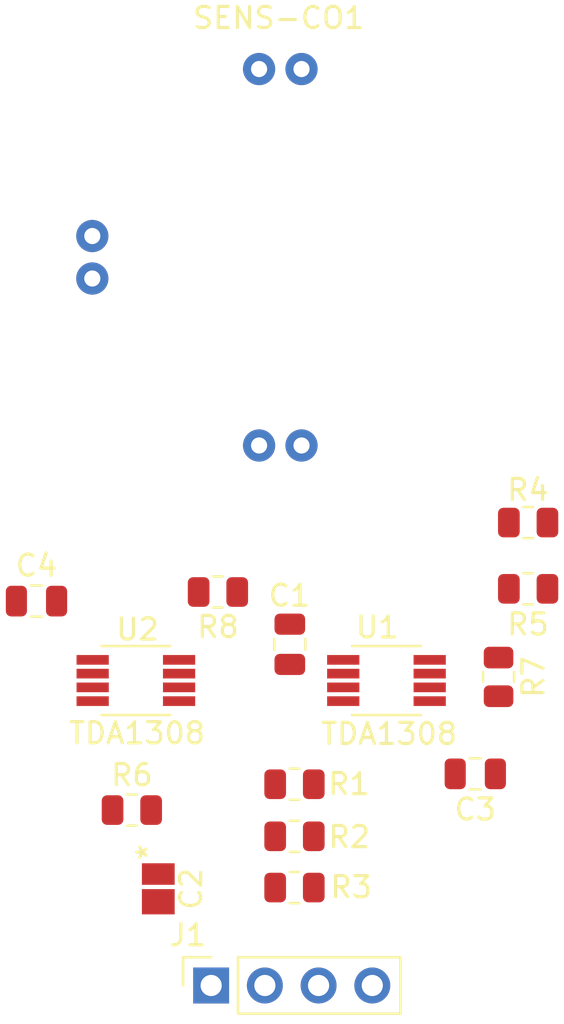
<source format=kicad_pcb>
(kicad_pcb (version 20211014) (generator pcbnew)
  (layers (0 "F.Cu" signal) (31 "B.Cu" signal) (34 "B.Paste" user) (35 "F.Paste" user) (36 "B.SilkS" user "B.Silkscreen") (37 "F.SilkS" user "F.Silkscreen") (38 "B.Mask" user) (39 "F.Mask" user) (44 "Edge.Cuts" user))
  (net 0 "")
  (net 1 "Net-(C1-Pad1)")
  (net 2 "Net-(C1-Pad2)")
  (net 3 "Net-(C2-Pad1)")
  (net 4 "Earth")
  (net 5 "Net-(C3-Pad1)")
  (net 6 "Net-(C4-Pad1)")
  (net 7 "Net-(C4-Pad2)")
  (net 8 "/VREG")
  (net 9 "/VREF")
  (net 10 "Net-(R2-Pad2)")
  (net 11 "Net-(R4-Pad2)")
  (net 12 "/VGAS")
  (net 13 "Net-(R6-Pad1)")
  (net 14 "Net-(R8-Pad1)")
  (footprint "F951E105:F951E105MPAAQ2" (layer "F.Cu") (at 148.69 87.52 -90)
    (fp_text reference "C2" (at 0 -1.5494 90) (layer "F.SilkS"))
    (fp_text value "1uF" hide)
    (fp_text user "*" (at -1.73 0.47 90) (layer "F.SilkS"))
    (pad "1" smd rect (at -0.6985 0 270) (size 1.016 1.5494) (layers "F.Cu" "F.Paste" "F.Mask") (net 3 "Net-(C2-Pad1)"))
    (pad "2" smd rect (at 0.6096 0 270) (size 1.1938 1.5494) (layers "F.Cu" "F.Paste" "F.Mask") (net 4 "Earth"))
  )
  (footprint "Capacitor_SMD:C_0805_2012Metric" (layer "F.Cu") (at 154.91 75.97 90)
    (fp_text reference "C1" (at 2.3 -0.02 180) (layer "F.SilkS"))
    (fp_text value "0.1uF" hide)
    (fp_line (start -0.261252 0.735) (end 0.261252 0.735) (layer "F.SilkS") (width 0.12))
    (fp_line (start -0.261252 -0.735) (end 0.261252 -0.735) (layer "F.SilkS") (width 0.12))
    (pad "1" smd roundrect (at -0.95 0 90) (size 1 1.45) (layers "F.Cu" "F.Paste" "F.Mask") (net 1 "Net-(C1-Pad1)"))
    (pad "2" smd roundrect (at 0.95 0 90) (size 1 1.45) (layers "F.Cu" "F.Paste" "F.Mask") (net 2 "Net-(C1-Pad2)"))
  )
  (footprint "Resistor_SMD:R_0805_2012Metric" (layer "F.Cu") (at 147.44 83.8)
    (fp_text reference "R6" (at 0 -1.65) (layer "F.SilkS"))
    (fp_text value "1M" hide)
    (fp_line (start -0.227064 -0.735) (end 0.227064 -0.735) (layer "F.SilkS") (width 0.12))
    (fp_line (start -0.227064 0.735) (end 0.227064 0.735) (layer "F.SilkS") (width 0.12))
    (pad "1" smd roundrect (at -0.9125 0) (size 1.025 1.4) (layers "F.Cu" "F.Paste" "F.Mask") (roundrect_rratio 0.243902) (net 13 "Net-(R6-Pad1)"))
    (pad "2" smd roundrect (at 0.9125 0) (size 1.025 1.4) (layers "F.Cu" "F.Paste" "F.Mask") (roundrect_rratio 0.243902) (net 3 "Net-(C2-Pad1)"))
  )
  (footprint "Resistor_SMD:R_0805_2012Metric" (layer "F.Cu") (at 155.13 85.04 180)
    (fp_text reference "R2" (at -2.59 -0.03) (layer "F.SilkS"))
    (fp_text value "2k" hide)
    (fp_line (start -0.227064 -0.735) (end 0.227064 -0.735) (layer "F.SilkS") (width 0.12))
    (fp_line (start -0.227064 0.735) (end 0.227064 0.735) (layer "F.SilkS") (width 0.12))
    (pad "1" smd roundrect (at -0.9125 0 180) (size 1.025 1.4) (layers "F.Cu" "F.Paste" "F.Mask") (roundrect_rratio 0.243902) (net 9 "/VREF"))
    (pad "2" smd roundrect (at 0.9125 0 180) (size 1.025 1.4) (layers "F.Cu" "F.Paste" "F.Mask") (roundrect_rratio 0.243902) (net 10 "Net-(R2-Pad2)"))
  )
  (footprint "Capacitor_SMD:C_0805_2012Metric" (layer "F.Cu") (at 142.929991 73.930002)
    (fp_text reference "C4" (at 0 -1.68) (layer "F.SilkS"))
    (fp_text value "0.1uF" hide)
    (fp_line (start -0.261252 0.735) (end 0.261252 0.735) (layer "F.SilkS") (width 0.12))
    (fp_line (start -0.261252 -0.735) (end 0.261252 -0.735) (layer "F.SilkS") (width 0.12))
    (pad "1" smd roundrect (at -0.95 0) (size 1 1.45) (layers "F.Cu" "F.Paste" "F.Mask") (net 6 "Net-(C4-Pad1)"))
    (pad "2" smd roundrect (at 0.95 0) (size 1 1.45) (layers "F.Cu" "F.Paste" "F.Mask") (net 7 "Net-(C4-Pad2)"))
  )
  (footprint "Resistor_SMD:R_0805_2012Metric" (layer "F.Cu") (at 166.18 73.35 180)
    (fp_text reference "R5" (at 0.01 -1.68) (layer "F.SilkS"))
    (fp_text value "0" hide)
    (fp_line (start -0.227064 0.735) (end 0.227064 0.735) (layer "F.SilkS") (width 0.12))
    (fp_line (start -0.227064 -0.735) (end 0.227064 -0.735) (layer "F.SilkS") (width 0.12))
    (pad "1" smd roundrect (at -0.9125 0 180) (size 1.025 1.4) (layers "F.Cu" "F.Paste" "F.Mask") (roundrect_rratio 0.243902) (net 11 "Net-(R4-Pad2)"))
    (pad "2" smd roundrect (at 0.9125 0 180) (size 1.025 1.4) (layers "F.Cu" "F.Paste" "F.Mask") (roundrect_rratio 0.243902) (net 2 "Net-(C1-Pad2)"))
  )
  (footprint "Capacitor_SMD:C_0805_2012Metric" (layer "F.Cu") (at 163.68 82.09 180)
    (fp_text reference "C3" (at 0 -1.68) (layer "F.SilkS"))
    (fp_text value "0.1uF" hide)
    (fp_line (start -0.261252 0.735) (end 0.261252 0.735) (layer "F.SilkS") (width 0.12))
    (fp_line (start -0.261252 -0.735) (end 0.261252 -0.735) (layer "F.SilkS") (width 0.12))
    (pad "1" smd roundrect (at -0.95 0 180) (size 1 1.45) (layers "F.Cu" "F.Paste" "F.Mask") (net 5 "Net-(C3-Pad1)"))
    (pad "2" smd roundrect (at 0.95 0 180) (size 1 1.45) (layers "F.Cu" "F.Paste" "F.Mask") (net 4 "Earth"))
  )
  (footprint "Resistor_SMD:R_0805_2012Metric" (layer "F.Cu") (at 164.78 77.51 -90)
    (fp_text reference "R7" (at 0 -1.65 90) (layer "F.SilkS"))
    (fp_text value "100k" hide)
    (fp_line (start -0.227064 -0.735) (end 0.227064 -0.735) (layer "F.SilkS") (width 0.12))
    (fp_line (start -0.227064 0.735) (end 0.227064 0.735) (layer "F.SilkS") (width 0.12))
    (pad "1" smd roundrect (at -0.9125 0 270) (size 1.025 1.4) (layers "F.Cu" "F.Paste" "F.Mask") (roundrect_rratio 0.243902) (net 2 "Net-(C1-Pad2)"))
    (pad "2" smd roundrect (at 0.9125 0 270) (size 1.025 1.4) (layers "F.Cu" "F.Paste" "F.Mask") (roundrect_rratio 0.243902) (net 5 "Net-(C3-Pad1)"))
  )
  (footprint "Resistor_SMD:R_0805_2012Metric" (layer "F.Cu") (at 151.51 73.5 180)
    (fp_text reference "R8" (at 0 -1.65) (layer "F.SilkS"))
    (fp_text value "49.9R" hide)
    (fp_line (start -0.227064 0.735) (end 0.227064 0.735) (layer "F.SilkS") (width 0.12))
    (fp_line (start -0.227064 -0.735) (end 0.227064 -0.735) (layer "F.SilkS") (width 0.12))
    (pad "1" smd roundrect (at -0.9125 0 180) (size 1.025 1.4) (layers "F.Cu" "F.Paste" "F.Mask") (roundrect_rratio 0.243902) (net 14 "Net-(R8-Pad1)"))
    (pad "2" smd roundrect (at 0.9125 0 180) (size 1.025 1.4) (layers "F.Cu" "F.Paste" "F.Mask") (roundrect_rratio 0.243902) (net 7 "Net-(C4-Pad2)"))
  )
  (footprint "Resistor_SMD:R_0805_2012Metric" (layer "F.Cu") (at 155.13 87.46)
    (fp_text reference "R3" (at 2.68 -0.02) (layer "F.SilkS"))
    (fp_text value "1M" hide)
    (fp_line (start -0.227064 -0.735) (end 0.227064 -0.735) (layer "F.SilkS") (width 0.12))
    (fp_line (start -0.227064 0.735) (end 0.227064 0.735) (layer "F.SilkS") (width 0.12))
    (pad "1" smd roundrect (at -0.9125 0) (size 1.025 1.4) (layers "F.Cu" "F.Paste" "F.Mask") (roundrect_rratio 0.243902) (net 10 "Net-(R2-Pad2)"))
    (pad "2" smd roundrect (at 0.9125 0) (size 1.025 1.4) (layers "F.Cu" "F.Paste" "F.Mask") (roundrect_rratio 0.243902) (net 4 "Earth"))
  )
  (footprint "Resistor_SMD:R_0805_2012Metric" (layer "F.Cu") (at 166.18 70.22)
    (fp_text reference "R4" (at -0.01 -1.54) (layer "F.SilkS"))
    (fp_text value "100k" hide)
    (fp_line (start -0.227064 0.735) (end 0.227064 0.735) (layer "F.SilkS") (width 0.12))
    (fp_line (start -0.227064 -0.735) (end 0.227064 -0.735) (layer "F.SilkS") (width 0.12))
    (pad "1" smd roundrect (at -0.9125 0) (size 1.025 1.4) (layers "F.Cu" "F.Paste" "F.Mask") (roundrect_rratio 0.243902) (net 1 "Net-(C1-Pad1)"))
    (pad "2" smd roundrect (at 0.9125 0) (size 1.025 1.4) (layers "F.Cu" "F.Paste" "F.Mask") (roundrect_rratio 0.243902) (net 11 "Net-(R4-Pad2)"))
  )
  (footprint "MPU6024T-I-MS:MCP6042T-I&slash_MS" (layer "F.Cu") (at 147.63 77.68)
    (fp_text reference "U2" (at 0.0762 -2.413) (layer "F.SilkS"))
    (fp_text value "TDA1308" (at 0.0508 2.4892) (layer "F.SilkS"))
    (fp_line (start -1.627 1.627) (end 1.627 1.627) (layer "F.SilkS") (width 0.12))
    (fp_line (start 1.627 -1.627) (end -1.627 -1.627) (layer "F.SilkS") (width 0.12))
    (pad "1" smd rect (at -2.0436 -0.974999) (size 1.524 0.4572) (layers "F.Cu" "F.Paste" "F.Mask") (net 13 "Net-(R6-Pad1)"))
    (pad "2" smd rect (at -2.0436 -0.325001) (size 1.524 0.4572) (layers "F.Cu" "F.Paste" "F.Mask") (net 6 "Net-(C4-Pad1)"))
    (pad "3" smd rect (at -2.0436 0.325001) (size 1.524 0.4572) (layers "F.Cu" "F.Paste" "F.Mask") (net 10 "Net-(R2-Pad2)"))
    (pad "4" smd rect (at -2.0436 0.974999) (size 1.524 0.4572) (layers "F.Cu" "F.Paste" "F.Mask") (net 4 "Earth"))
    (pad "5" smd rect (at 2.0436 0.974999) (size 1.524 0.4572) (layers "F.Cu" "F.Paste" "F.Mask") (net 3 "Net-(C2-Pad1)"))
    (pad "6" smd rect (at 2.0436 0.325001) (size 1.524 0.4572) (layers "F.Cu" "F.Paste" "F.Mask") (net 14 "Net-(R8-Pad1)"))
    (pad "7" smd rect (at 2.0436 -0.325001) (size 1.524 0.4572) (layers "F.Cu" "F.Paste" "F.Mask") (net 14 "Net-(R8-Pad1)"))
    (pad "8" smd rect (at 2.0436 -0.974999) (size 1.524 0.4572) (layers "F.Cu" "F.Paste" "F.Mask") (net 8 "/VREG"))
  )
  (footprint "Resistor_SMD:R_0805_2012Metric" (layer "F.Cu") (at 155.13 82.58)
    (fp_text reference "R1" (at 2.57 -0.01) (layer "F.SilkS"))
    (fp_text value "1M" hide)
    (fp_line (start -0.227064 -0.735) (end 0.227064 -0.735) (layer "F.SilkS") (width 0.12))
    (fp_line (start -0.227064 0.735) (end 0.227064 0.735) (layer "F.SilkS") (width 0.12))
    (pad "1" smd roundrect (at -0.9125 0) (size 1.025 1.4) (layers "F.Cu" "F.Paste" "F.Mask") (roundrect_rratio 0.243902) (net 8 "/VREG"))
    (pad "2" smd roundrect (at 0.9125 0) (size 1.025 1.4) (layers "F.Cu" "F.Paste" "F.Mask") (roundrect_rratio 0.243902) (net 9 "/VREF"))
  )
  (footprint "CO2:3SP_CO_1000_P_Package_2" (layer "F.Cu") (at 154.46 57.69)
    (fp_text reference "SENS-CO1" (at -0.0762 -11.303 unlocked) (layer "F.SilkS"))
    (fp_text value "SPECSENSOR" hide)
    (pad "1" thru_hole circle (at -1.0033 8.89) (size 1.524 1.524) (drill 0.762) (layers *.Cu *.Mask) (net 1 "Net-(C1-Pad1)"))
    (pad "2" thru_hole circle (at -8.89 1.0033) (size 1.524 1.524) (drill 0.762) (layers *.Cu *.Mask))
    (pad "3" thru_hole circle (at -8.89 -1.0033) (size 1.524 1.524) (drill 0.762) (layers *.Cu *.Mask))
    (pad "4" thru_hole circle (at -1.0033 -8.89) (size 1.524 1.524) (drill 0.762) (layers *.Cu *.Mask) (net 6 "Net-(C4-Pad1)"))
    (pad "5" thru_hole circle (at 1.0033 -8.89) (size 1.524 1.524) (drill 0.762) (layers *.Cu *.Mask) (net 7 "Net-(C4-Pad2)"))
    (pad "6" thru_hole circle (at 1.0033 8.89) (size 1.524 1.524) (drill 0.762) (layers *.Cu *.Mask) (net 1 "Net-(C1-Pad1)"))
  )
  (footprint "Connector_PinSocket_2.54mm:PinSocket_1x04_P2.54mm_Vertical" (layer "F.Cu") (at 151.19 92.085 90)
    (fp_text reference "J1" (at 2.375 -1.1 180) (layer "F.SilkS"))
    (fp_text value "Conn_01x04_Male" hide)
    (fp_line (start -1.33 8.95) (end 1.33 8.95) (layer "F.SilkS") (width 0.12))
    (fp_line (start 0 -1.33) (end 1.33 -1.33) (layer "F.SilkS") (width 0.12))
    (fp_line (start 1.33 1.27) (end 1.33 8.95) (layer "F.SilkS") (width 0.12))
    (fp_line (start 1.33 -1.33) (end 1.33 0) (layer "F.SilkS") (width 0.12))
    (fp_line (start -1.33 1.27) (end 1.33 1.27) (layer "F.SilkS") (width 0.12))
    (fp_line (start -1.33 1.27) (end -1.33 8.95) (layer "F.SilkS") (width 0.12))
    (pad "1" thru_hole rect (at 0 0 90) (size 1.7 1.7) (drill 1) (layers *.Cu *.Mask) (net 8 "/VREG"))
    (pad "2" thru_hole oval (at 0 2.54 90) (size 1.7 1.7) (drill 1) (layers *.Cu *.Mask) (net 4 "Earth"))
    (pad "3" thru_hole oval (at 0 5.08 90) (size 1.7 1.7) (drill 1) (layers *.Cu *.Mask) (net 9 "/VREF"))
    (pad "4" thru_hole oval (at 0 7.62 90) (size 1.7 1.7) (drill 1) (layers *.Cu *.Mask) (net 12 "/VGAS"))
  )
  (footprint "MPU6024T-I-MS:MCP6042T-I&slash_MS" (layer "F.Cu") (at 159.48 77.68)
    (fp_text reference "U1" (at -0.44 -2.51001) (layer "F.SilkS"))
    (fp_text value "TDA1308" (at 0.12 2.51999) (layer "F.SilkS"))
    (fp_line (start 1.627 -1.627) (end -1.627 -1.627) (layer "F.SilkS") (width 0.12))
    (fp_line (start -1.627 1.627) (end 1.627 1.627) (layer "F.SilkS") (width 0.12))
    (pad "1" smd rect (at -2.0436 -0.974999) (size 1.524 0.4572) (layers "F.Cu" "F.Paste" "F.Mask") (net 2 "Net-(C1-Pad2)"))
    (pad "2" smd rect (at -2.0436 -0.325001) (size 1.524 0.4572) (layers "F.Cu" "F.Paste" "F.Mask") (net 1 "Net-(C1-Pad1)"))
    (pad "3" smd rect (at -2.0436 0.325001) (size 1.524 0.4572) (layers "F.Cu" "F.Paste" "F.Mask") (net 9 "/VREF"))
    (pad "4" smd rect (at -2.0436 0.974999) (size 1.524 0.4572) (layers "F.Cu" "F.Paste" "F.Mask") (net 4 "Earth"))
    (pad "5" smd rect (at 2.0436 0.974999) (size 1.524 0.4572) (layers "F.Cu" "F.Paste" "F.Mask") (net 5 "Net-(C3-Pad1)"))
    (pad "6" smd rect (at 2.0436 0.325001) (size 1.524 0.4572) (layers "F.Cu" "F.Paste" "F.Mask") (net 12 "/VGAS"))
    (pad "7" smd rect (at 2.0436 -0.325001) (size 1.524 0.4572) (layers "F.Cu" "F.Paste" "F.Mask") (net 12 "/VGAS"))
    (pad "8" smd rect (at 2.0436 -0.974999) (size 1.524 0.4572) (layers "F.Cu" "F.Paste" "F.Mask") (net 8 "/VREG"))
  )
)
</source>
